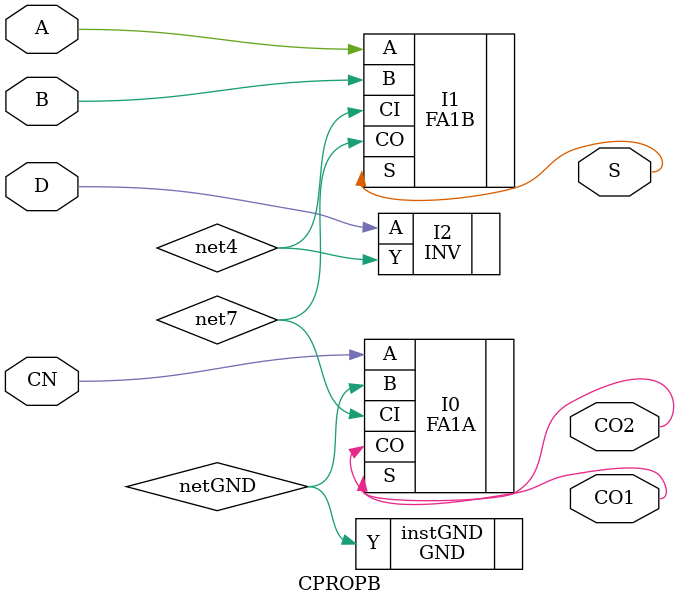
<source format=v>
`timescale 1 ns / 100 ps
module CPROPB( A, B, CN, CO1, CO2, D, S );

input A, B, CN, D;
output CO1, CO2, S;










specify 
    specparam CDS_LIBNAME  = "3200DX";
    specparam CDS_CELLNAME = "CPROPB";
    specparam CDS_VIEWNAME = "schematic";
endspecify

GND instGND( .Y(netGND));
INV  I2( .A(D), .Y(net4));
FA1B  I1( .S(S), .A(A), .CO(net7), .B(B), .CI(net4));
FA1A  I0( .S(CO1), .CO(CO2), .A(CN), .B(netGND), .CI(net7));

endmodule

</source>
